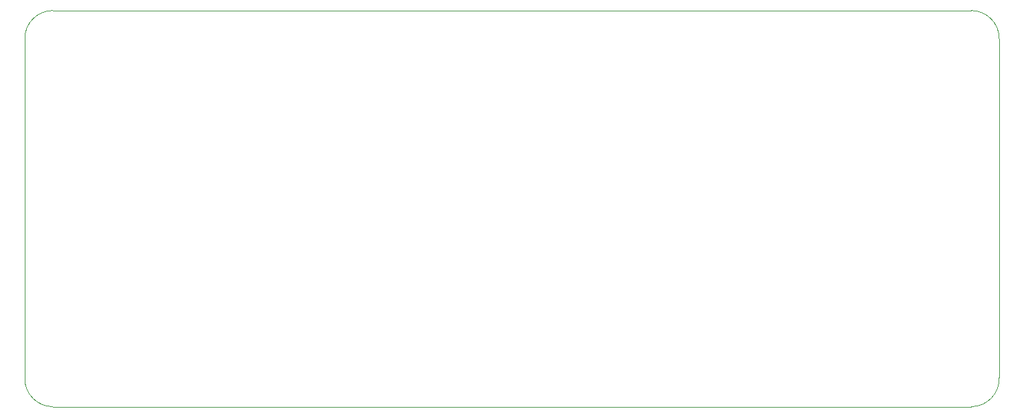
<source format=gm1>
G04 #@! TF.GenerationSoftware,KiCad,Pcbnew,7.0.1*
G04 #@! TF.CreationDate,2023-06-13T03:05:23-04:00*
G04 #@! TF.ProjectId,i2c 24vin,69326320-3234-4766-996e-2e6b69636164,rev?*
G04 #@! TF.SameCoordinates,Original*
G04 #@! TF.FileFunction,Profile,NP*
%FSLAX46Y46*%
G04 Gerber Fmt 4.6, Leading zero omitted, Abs format (unit mm)*
G04 Created by KiCad (PCBNEW 7.0.1) date 2023-06-13 03:05:23*
%MOMM*%
%LPD*%
G01*
G04 APERTURE LIST*
G04 #@! TA.AperFunction,Profile*
%ADD10C,0.100000*%
G04 #@! TD*
G04 APERTURE END LIST*
D10*
X90844000Y-126913000D02*
G75*
G03*
X94400000Y-130469000I3556000J0D01*
G01*
X90844000Y-83834000D02*
X90844000Y-126913000D01*
X94400000Y-80278000D02*
X210479000Y-80278000D01*
X210479000Y-130471267D02*
X94400000Y-130469000D01*
X210479000Y-130471267D02*
G75*
G03*
X214035000Y-126786000I0J3558267D01*
G01*
X94400000Y-80278000D02*
G75*
G03*
X90844000Y-83834000I0J-3556000D01*
G01*
X214035000Y-83834000D02*
G75*
G03*
X210479000Y-80278000I-3556000J0D01*
G01*
X214035000Y-83834000D02*
X214035000Y-126786000D01*
M02*

</source>
